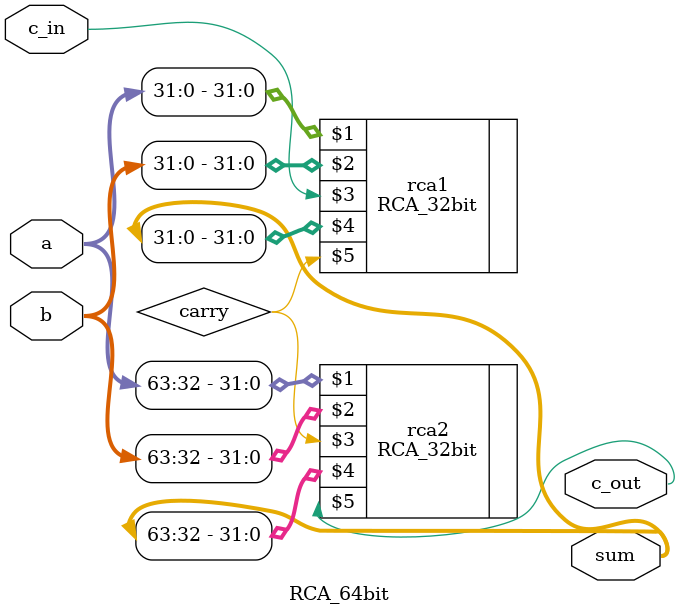
<source format=v>
`timescale 1ns/1ps

module RCA_64bit(
    input [63:0] a,
    input [63:0] b,
    input c_in,
    output [63:0] sum,
    output c_out
);
    wire carry;
    RCA_32bit rca1(a[31:0], b[31:0], c_in, sum[31:0], carry);
    RCA_32bit rca2(a[63:32], b[63:32], carry, sum[63:32], c_out);
endmodule
</source>
